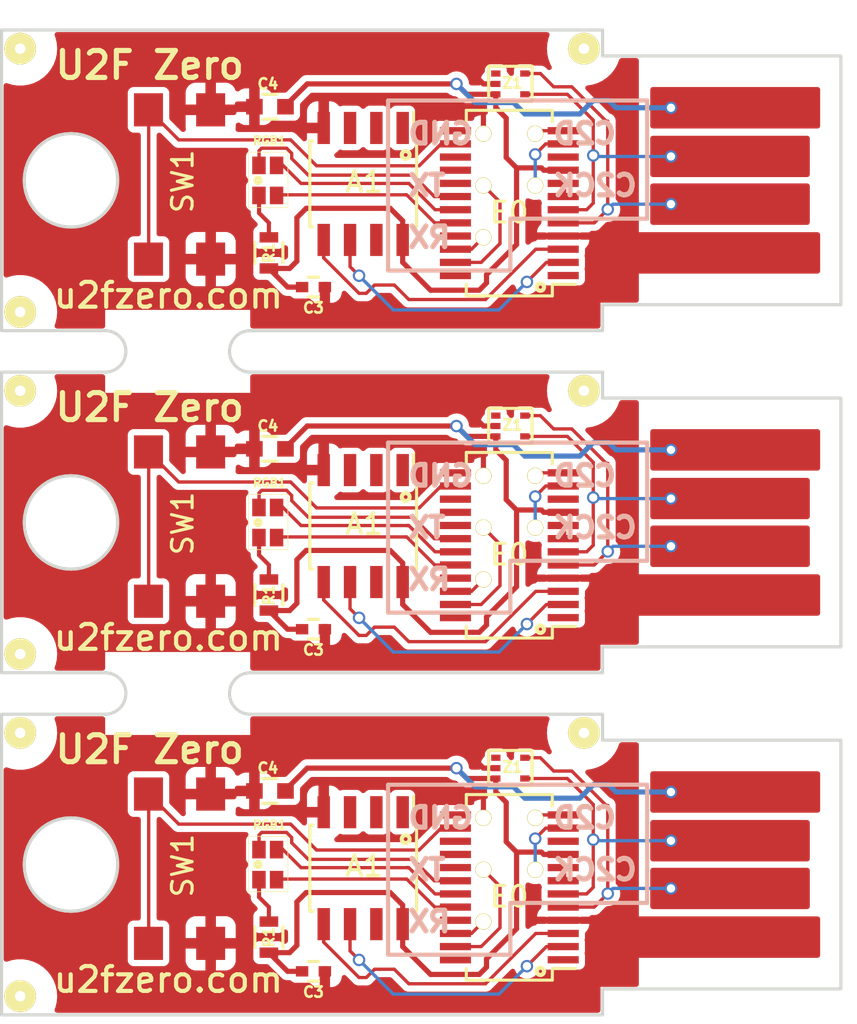
<source format=kicad_pcb>
(kicad_pcb (version 20221018) (generator pcbnew)
  (layers (0 "F.Cu" signal) (31 "B.Cu" signal) (34 "B.Paste" user) (35 "F.Paste" user) (36 "B.SilkS" user "B.Silkscreen") (37 "F.SilkS" user "F.Silkscreen") (38 "B.Mask" user) (39 "F.Mask" user) (44 "Edge.Cuts" user))
  (net 0 "")
  (net 1 "/+5V")
  (net 2 "Net-(A1-Pad7)")
  (net 3 "Net-(A1-Pad6)")
  (net 4 "Net-(A1-Pad5)")
  (net 5 "GND")
  (net 6 "Net-(A1-Pad3)")
  (net 7 "Net-(A1-Pad2)")
  (net 8 "Net-(A1-Pad1)")
  (net 9 "/HD+")
  (net 10 "/HD-")
  (net 11 "Net-(R1-Pad2)")
  (net 12 "Net-(Z1-Pad1)")
  (net 13 "/C2CK")
  (net 14 "/C2D")
  (net 15 "/RX")
  (net 16 "/TX")
  (net 17 "Net-(E0-Pad1)")
  (net 18 "Net-(E0-Pad10)")
  (net 19 "Net-(E0-Pad13)")
  (net 20 "Net-(E0-Pad15)")
  (net 21 "Net-(E0-Pad16)")
  (net 22 "Net-(E0-Pad17)")
  (net 23 "Net-(E0-Pad18)")
  (net 24 "Net-(E0-Pad19)")
  (net 25 "Net-(E0-Pad20)")
  (net 26 "Net-(E0-Pad21)")
  (net 27 "Net-(E0-Pad24)")
  (net 28 "Net-(E0-Pad7)")
  (footprint "Capacitors_SMD:C_0402" (layer "F.Cu") (at 135.05 83.4)
    (fp_text reference "C3")
    (fp_text value "0.1uF")
  )
  (footprint "Capacitors_SMD:C_0603" (layer "F.Cu") (at 132.95 74.7)
    (fp_text reference "C4")
    (fp_text value "4.7uF")
  )
  (footprint "Resistors_SMD:R_0603" (layer "F.Cu") (at 132.9 81.75 90)
    (fp_text reference "R1")
    (fp_text value "100")
  )
  (footprint "TO_SOT_Packages_SMD:SOT-553" (layer "F.Cu") (at 144.55 73.6)
    (fp_text reference "Z1")
    (fp_text value "DF5A5.6JE")
  )
  (footprint "Housings_SOIC:SOIC-8_3.9x4.9mm_Pitch1.27mm" (layer "F.Cu") (at 137.45 78.425 -90)
    (fp_text reference "A1")
    (fp_text value "ATECC508A")
  )
  (footprint "footprints:debug" (layer "F.Cu") (at 145.75 78.5)
    (fp_text reference "C2CK1" hide)
    (fp_text value "debug-pin")
  )
  (footprint "footprints:debug" (layer "F.Cu") (at 145.75 76)
    (fp_text reference "C2D1" hide)
    (fp_text value "debug-pin")
  )
  (footprint "footprints:debug" (layer "F.Cu") (at 143.25 81)
    (fp_text reference "RX1" hide)
    (fp_text value "debug-pin")
  )
  (footprint "footprints:debug" (layer "F.Cu") (at 143.25 78.5)
    (fp_text reference "TX1" hide)
    (fp_text value "debug-pin")
  )
  (footprint "footprints:debug" (layer "F.Cu") (at 143.25 76)
    (fp_text reference "GND1" hide)
    (fp_text value "debug-pin")
  )
  (footprint "footprints:QSOP-24_3.9x8.7mm_Pitch0.635mm_fat" (layer "F.Cu") (at 144.5 79.35 180)
    (fp_text reference "E0")
    (fp_text value "EFM8UB1_24pin")
  )
  (footprint "footprints:u2f-button" (layer "F.Cu") (at 128.65 78.45 90)
    (fp_text reference "SW1")
    (fp_text value "SW_PUSH")
  )
  (footprint "footprints:LED-0606" (layer "F.Cu") (at 132.85 78.25)
    (fp_text reference "RGB1")
    (fp_text value "CA_RGB" hide)
  )
  (footprint "footprints:u2f-fiducial" (layer "F.Cu") (at 120.9 84.6)
    (fp_text reference "F1" hide)
    (fp_text value "u2f-fiducial")
  )
  (footprint "footprints:u2f-fiducial" (layer "F.Cu") (at 120.9 71.9)
    (fp_text reference "F2" hide)
    (fp_text value "u2f-fiducial")
  )
  (footprint "footprints:u2f-fiducial" (layer "F.Cu") (at 148.1 71.9)
    (fp_text reference "F3" hide)
    (fp_text value "u2f-fiducial")
  )
  (footprint "footprints:mousebites" (layer "F.Cu") (at 128.5 85.25)
    (fp_text reference "REF**" hide)
    (fp_text value "mousebites")
  )
  (footprint "footprints:mousebites" (layer "F.Cu") (at 128.5 87.75)
    (fp_text reference "REF**" hide)
    (fp_text value "mousebites")
  )
  (footprint "footprints:mousebites" (layer "F.Cu") (at 128.5 104.25)
    (fp_text reference "REF**" hide)
    (fp_text value "mousebites")
  )
  (footprint "footprints:LED-0606" (layer "F.Cu") (at 132.85 94.75)
    (fp_text reference "RGB1")
    (fp_text value "CA_RGB" hide)
  )
  (footprint "Capacitors_SMD:C_0402" (layer "F.Cu") (at 135.05 99.9)
    (fp_text reference "C3")
    (fp_text value "0.1uF")
  )
  (footprint "Resistors_SMD:R_0603" (layer "F.Cu") (at 132.9 98.25 90)
    (fp_text reference "R1")
    (fp_text value "100")
  )
  (footprint "footprints:mousebites" (layer "F.Cu") (at 128.5 101.75)
    (fp_text reference "REF**" hide)
    (fp_text value "mousebites")
  )
  (footprint "footprints:debug" (layer "F.Cu") (at 145.75 92.5)
    (fp_text reference "C2D1" hide)
    (fp_text value "debug-pin")
  )
  (footprint "footprints:debug" (layer "F.Cu") (at 145.75 95)
    (fp_text reference "C2CK1" hide)
    (fp_text value "debug-pin")
  )
  (footprint "TO_SOT_Packages_SMD:SOT-553" (layer "F.Cu") (at 144.55 90.1)
    (fp_text reference "Z1")
    (fp_text value "DF5A5.6JE")
  )
  (footprint "footprints:debug" (layer "F.Cu") (at 143.25 95)
    (fp_text reference "TX1" hide)
    (fp_text value "debug-pin")
  )
  (footprint "footprints:u2f-fiducial" (layer "F.Cu") (at 148.1 88.4)
    (fp_text reference "F3" hide)
    (fp_text value "u2f-fiducial")
  )
  (footprint "footprints:u2f-fiducial" (layer "F.Cu") (at 120.9 88.4)
    (fp_text reference "F2" hide)
    (fp_text value "u2f-fiducial")
  )
  (footprint "footprints:u2f-fiducial" (layer "F.Cu") (at 120.9 101.1)
    (fp_text reference "F1" hide)
    (fp_text value "u2f-fiducial")
  )
  (footprint "footprints:u2f-button" (layer "F.Cu") (at 128.65 94.95 90)
    (fp_text reference "SW1")
    (fp_text value "SW_PUSH")
  )
  (footprint "Capacitors_SMD:C_0603" (layer "F.Cu") (at 132.95 91.2)
    (fp_text reference "C4")
    (fp_text value "4.7uF")
  )
  (footprint "footprints:debug" (layer "F.Cu") (at 143.25 97.5)
    (fp_text reference "RX1" hide)
    (fp_text value "debug-pin")
  )
  (footprint "footprints:QSOP-24_3.9x8.7mm_Pitch0.635mm_fat" (layer "F.Cu") (at 144.5 95.85 180)
    (fp_text reference "E0")
    (fp_text value "EFM8UB1_24pin")
  )
  (footprint "footprints:debug" (layer "F.Cu") (at 143.25 92.5)
    (fp_text reference "GND1" hide)
    (fp_text value "debug-pin")
  )
  (footprint "Housings_SOIC:SOIC-8_3.9x4.9mm_Pitch1.27mm" (layer "F.Cu") (at 137.45 94.925 -90)
    (fp_text reference "A1")
    (fp_text value "ATECC508A")
  )
  (footprint "footprints:debug" (layer "F.Cu") (at 143.25 114)
    (fp_text reference "RX1" hide)
    (fp_text value "debug-pin")
  )
  (footprint "footprints:debug" (layer "F.Cu") (at 145.75 111.5)
    (fp_text reference "C2CK1" hide)
    (fp_text value "debug-pin")
  )
  (footprint "TO_SOT_Packages_SMD:SOT-553" (layer "F.Cu") (at 144.55 106.6)
    (fp_text reference "Z1")
    (fp_text value "DF5A5.6JE")
  )
  (footprint "footprints:debug" (layer "F.Cu") (at 143.25 111.5)
    (fp_text reference "TX1" hide)
    (fp_text value "debug-pin")
  )
  (footprint "footprints:u2f-fiducial" (layer "F.Cu") (at 148.1 104.9)
    (fp_text reference "F3" hide)
    (fp_text value "u2f-fiducial")
  )
  (footprint "footprints:debug" (layer "F.Cu") (at 145.75 109)
    (fp_text reference "C2D1" hide)
    (fp_text value "debug-pin")
  )
  (footprint "footprints:QSOP-24_3.9x8.7mm_Pitch0.635mm_fat" (layer "F.Cu") (at 144.5 112.35 180)
    (fp_text reference "E0")
    (fp_text value "EFM8UB1_24pin")
  )
  (footprint "footprints:debug" (layer "F.Cu") (at 143.25 109)
    (fp_text reference "GND1" hide)
    (fp_text value "debug-pin")
  )
  (footprint "footprints:u2f-button" (layer "F.Cu") (at 128.65 111.45 90)
    (fp_text reference "SW1")
    (fp_text value "SW_PUSH")
  )
  (footprint "Capacitors_SMD:C_0402" (layer "F.Cu") (at 135.05 116.4)
    (fp_text reference "C3")
    (fp_text value "0.1uF")
  )
  (footprint "footprints:LED-0606" (layer "F.Cu") (at 132.85 111.25)
    (fp_text reference "RGB1")
    (fp_text value "CA_RGB" hide)
  )
  (footprint "Resistors_SMD:R_0603" (layer "F.Cu") (at 132.9 114.75 90)
    (fp_text reference "R1")
    (fp_text value "100")
  )
  (footprint "Housings_SOIC:SOIC-8_3.9x4.9mm_Pitch1.27mm" (layer "F.Cu") (at 137.45 111.425 -90)
    (fp_text reference "A1")
    (fp_text value "ATECC508A")
  )
  (footprint "footprints:u2f-fiducial" (layer "F.Cu") (at 120.9 117.6)
    (fp_text reference "F1" hide)
    (fp_text value "u2f-fiducial")
  )
  (footprint "Capacitors_SMD:C_0603" (layer "F.Cu") (at 132.95 107.7)
    (fp_text reference "C4")
    (fp_text value "4.7uF")
  )
  (footprint "footprints:u2f-fiducial" (layer "F.Cu") (at 120.9 104.9)
    (fp_text reference "F2" hide)
    (fp_text value "u2f-fiducial")
  )
  (gr_line (start 151.15 90.9) (end 138.65 90.9) (stroke (width 0.2)) (layer "B.SilkS"))
  (gr_line (start 138.65 90.9) (end 138.65 99.1) (stroke (width 0.2)) (layer "B.SilkS"))
  (gr_line (start 138.65 99.1) (end 144.55 99.1) (stroke (width 0.2)) (layer "B.SilkS"))
  (gr_line (start 144.55 96.6) (end 144.55 99.1) (stroke (width 0.2)) (layer "B.SilkS"))
  (gr_line (start 151.15 96.6) (end 144.55 96.6) (stroke (width 0.2)) (layer "B.SilkS"))
  (gr_line (start 151.15 90.9) (end 151.15 96.6) (stroke (width 0.2)) (layer "B.SilkS"))
  (gr_line (start 151.15 107.4) (end 138.65 107.4) (stroke (width 0.2)) (layer "B.SilkS"))
  (gr_line (start 138.65 107.4) (end 138.65 115.6) (stroke (width 0.2)) (layer "B.SilkS"))
  (gr_line (start 138.65 115.6) (end 144.55 115.6) (stroke (width 0.2)) (layer "B.SilkS"))
  (gr_line (start 144.55 113.1) (end 144.55 115.6) (stroke (width 0.2)) (layer "B.SilkS"))
  (gr_line (start 151.15 113.1) (end 144.55 113.1) (stroke (width 0.2)) (layer "B.SilkS"))
  (gr_line (start 151.15 107.4) (end 151.15 113.1) (stroke (width 0.2)) (layer "B.SilkS"))
  (gr_line (start 151.15 74.4) (end 151.15 80.1) (stroke (width 0.2)) (layer "B.SilkS"))
  (gr_line (start 138.65 82.6) (end 144.55 82.6) (stroke (width 0.2)) (layer "B.SilkS"))
  (gr_line (start 144.55 80.1) (end 144.55 82.6) (stroke (width 0.2)) (layer "B.SilkS"))
  (gr_line (start 151.15 74.4) (end 138.65 74.4) (stroke (width 0.2)) (layer "B.SilkS"))
  (gr_line (start 138.65 74.4) (end 138.65 82.6) (stroke (width 0.2)) (layer "B.SilkS"))
  (gr_line (start 151.15 80.1) (end 144.55 80.1) (stroke (width 0.2)) (layer "B.SilkS"))
  (gr_circle (center 139.5 93.525) (end 139.425 93.575) (stroke (width 0.2)) (fill none) (layer "F.SilkS"))
  (gr_circle (center 146 99.9) (end 146.125 99.775) (stroke (width 0.2)) (fill none) (layer "F.SilkS"))
  (gr_circle (center 132.375 94.75) (end 132.375 94.725) (stroke (width 0.2)) (fill none) (layer "F.SilkS"))
  (gr_circle (center 146 116.4) (end 146.125 116.275) (stroke (width 0.2)) (fill none) (layer "F.SilkS"))
  (gr_circle (center 139.5 110.025) (end 139.425 110.075) (stroke (width 0.2)) (fill none) (layer "F.SilkS"))
  (gr_circle (center 132.375 111.25) (end 132.375 111.225) (stroke (width 0.2)) (fill none) (layer "F.SilkS"))
  (gr_circle (center 146 83.4) (end 146.125 83.275) (stroke (width 0.2)) (fill none) (layer "F.SilkS"))
  (gr_circle (center 139.5 77.025) (end 139.425 77.075) (stroke (width 0.2)) (fill none) (layer "F.SilkS"))
  (gr_circle (center 132.375 78.25) (end 132.375 78.225) (stroke (width 0.2)) (fill none) (layer "F.SilkS"))
  (gr_line (start 132 85.5) (end 149 85.5) (stroke (width 0.15)) (layer "Edge.Cuts"))
  (gr_circle (center 123.35 94.75) (end 125.6 94.75) (stroke (width 0.15)) (fill none) (layer "Edge.Cuts"))
  (gr_line (start 120 87.5) (end 120 102) (stroke (width 0.15)) (layer "Edge.Cuts"))
  (gr_line (start 149 88.75) (end 149 87.5) (stroke (width 0.15)) (layer "Edge.Cuts"))
  (gr_line (start 120 102) (end 125 102) (stroke (width 0.15)) (layer "Edge.Cuts"))
  (gr_line (start 132 102) (end 149 102) (stroke (width 0.15)) (layer "Edge.Cuts"))
  (gr_arc (start 125 102) (mid 126 103) (end 125 104) (stroke (width 0.15)) (layer "Edge.Cuts"))
  (gr_line (start 149 102) (end 149 100.75) (stroke (width 0.15)) (layer "Edge.Cuts"))
  (gr_arc (start 132 104) (mid 131 103) (end 132 102) (stroke (width 0.15)) (layer "Edge.Cuts"))
  (gr_line (start 160.5 100.75) (end 149 100.75) (stroke (width 0.15)) (layer "Edge.Cuts"))
  (gr_line (start 160.5 88.75) (end 149 88.75) (stroke (width 0.15)) (layer "Edge.Cuts"))
  (gr_line (start 160.5 100.75) (end 160.5 88.75) (stroke (width 0.15)) (layer "Edge.Cuts"))
  (gr_line (start 120 87.5) (end 125 87.5) (stroke (width 0.15)) (layer "Edge.Cuts"))
  (gr_line (start 132 87.5) (end 149 87.5) (stroke (width 0.15)) (layer "Edge.Cuts"))
  (gr_line (start 160.5 105.25) (end 149 105.25) (stroke (width 0.15)) (layer "Edge.Cuts"))
  (gr_line (start 149 105.25) (end 149 104) (stroke (width 0.15)) (layer "Edge.Cuts"))
  (gr_line (start 160.5 117.25) (end 149 117.25) (stroke (width 0.15)) (layer "Edge.Cuts"))
  (gr_line (start 160.5 117.25) (end 160.5 105.25) (stroke (width 0.15)) (layer "Edge.Cuts"))
  (gr_circle (center 123.35 111.25) (end 125.6 111.25) (stroke (width 0.15)) (fill none) (layer "Edge.Cuts"))
  (gr_line (start 120 104) (end 120 118.5) (stroke (width 0.15)) (layer "Edge.Cuts"))
  (gr_line (start 120 118.5) (end 149 118.5) (stroke (width 0.15)) (layer "Edge.Cuts"))
  (gr_line (start 120 104) (end 125 104) (stroke (width 0.15)) (layer "Edge.Cuts"))
  (gr_line (start 149 118.5) (end 149 117.25) (stroke (width 0.15)) (layer "Edge.Cuts"))
  (gr_line (start 132 104) (end 149 104) (stroke (width 0.15)) (layer "Edge.Cuts"))
  (gr_line (start 160.5 84.25) (end 149 84.25) (stroke (width 0.15)) (layer "Edge.Cuts"))
  (gr_arc (start 125 85.5) (mid 126 86.5) (end 125 87.5) (stroke (width 0.15)) (layer "Edge.Cuts"))
  (gr_arc (start 132 87.5) (mid 131 86.5) (end 132 85.5) (stroke (width 0.15)) (layer "Edge.Cuts"))
  (gr_line (start 149 71) (end 120 71) (stroke (width 0.15)) (layer "Edge.Cuts"))
  (gr_line (start 120 85.5) (end 125 85.5) (stroke (width 0.15)) (layer "Edge.Cuts"))
  (gr_line (start 160.5 72.25) (end 149 72.25) (stroke (width 0.15)) (layer "Edge.Cuts"))
  (gr_line (start 160.5 84.25) (end 160.5 72.25) (stroke (width 0.15)) (layer "Edge.Cuts"))
  (gr_line (start 149 72.25) (end 149 71) (stroke (width 0.15)) (layer "Edge.Cuts"))
  (gr_line (start 120 71) (end 120 85.5) (stroke (width 0.15)) (layer "Edge.Cuts"))
  (gr_line (start 149 85.5) (end 149 84.25) (stroke (width 0.15)) (layer "Edge.Cuts"))
  (gr_circle (center 123.35 78.25) (end 125.6 78.25) (stroke (width 0.15)) (fill none) (layer "Edge.Cuts"))
  (gr_text "TX" (at 139.5 78.5) (layer "B.SilkS") (effects (font (size 1 1) (thickness 0.25)) (justify right mirror)))
  (gr_text "RX" (at 139.5 81) (layer "B.SilkS") (effects (font (size 1 1) (thickness 0.25)) (justify right mirror)))
  (gr_text "C2CK" (at 146.5 78.5) (layer "B.SilkS") (effects (font (size 1 1) (thickness 0.25)) (justify right mirror)))
  (gr_text "C2D" (at 146.5 76) (layer "B.SilkS") (effects (font (size 1 1) (thickness 0.25)) (justify right mirror)))
  (gr_text "GND" (at 139.5 92.5) (layer "B.SilkS") (effects (font (size 1 1) (thickness 0.25)) (justify right mirror)))
  (gr_text "TX" (at 139.5 95) (layer "B.SilkS") (effects (font (size 1 1) (thickness 0.25)) (justify right mirror)))
  (gr_text "RX" (at 139.5 97.5) (layer "B.SilkS") (effects (font (size 1 1) (thickness 0.25)) (justify right mirror)))
  (gr_text "C2CK" (at 146.5 95) (layer "B.SilkS") (effects (font (size 1 1) (thickness 0.25)) (justify right mirror)))
  (gr_text "C2D" (at 146.5 92.5) (layer "B.SilkS") (effects (font (size 1 1) (thickness 0.25)) (justify right mirror)))
  (gr_text "GND" (at 139.5 109) (layer "B.SilkS") (effects (font (size 1 1) (thickness 0.25)) (justify right mirror)))
  (gr_text "TX" (at 139.5 111.5) (layer "B.SilkS") (effects (font (size 1 1) (thickness 0.25)) (justify right mirror)))
  (gr_text "RX" (at 139.5 114) (layer "B.SilkS") (effects (font (size 1 1) (thickness 0.25)) (justify right mirror)))
  (gr_text "C2CK" (at 146.5 111.5) (layer "B.SilkS") (effects (font (size 1 1) (thickness 0.25)) (justify right mirror)))
  (gr_text "C2D" (at 146.5 109) (layer "B.SilkS") (effects (font (size 1 1) (thickness 0.25)) (justify right mirror)))
  (gr_text "GND" (at 139.5 76) (layer "B.SilkS") (effects (font (size 1 1) (thickness 0.25)) (justify right mirror)))
  (gr_text "U2F Zero" (at 127.15 89.2) (layer "F.SilkS") (effects (font (size 1.3 1.3) (thickness 0.25))))
  (gr_text "u2fzero.com" (at 128.05 100.3) (layer "F.SilkS") (effects (font (size 1.2 1.2) (thickness 0.2))))
  (gr_text "u2fzero.com" (at 128.05 116.8) (layer "F.SilkS") (effects (font (size 1.2 1.2) (thickness 0.2))))
  (gr_text "U2F Zero" (at 127.15 105.7) (layer "F.SilkS") (effects (font (size 1.3 1.3) (thickness 0.25))))
  (gr_text "u2fzero.com" (at 128.05 83.8) (layer "F.SilkS") (effects (font (size 1.2 1.2) (thickness 0.2))))
  (gr_text "U2F Zero" (at 127.15 72.7) (layer "F.SilkS") (effects (font (size 1.3 1.3) (thickness 0.25))))
  (segment (start 142.45038 74.10038) (end 141.95 73.6) (width 0.25) (layer "F.Cu") (net 1))
  (segment (start 143.2 74.10038) (end 142.45038 74.10038) (width 0.25) (layer "F.Cu") (net 1))
  (segment (start 144.35 77.15) (end 144.35 75.25) (width 0.25) (layer "F.Cu") (net 1))
  (segment (start 144.35 75.25) (end 143.84896 74.74896) (width 0.25) (layer "F.Cu") (net 1))
  (segment (start 143.84896 74.74896) (end 143.84896 74.10038) (width 0.25) (layer "F.Cu") (net 1))
  (segment (start 146.1625 77.7625) (end 146.05 77.65) (width 0.25) (layer "F.Cu") (net 1))
  (segment (start 146.05 77.65) (end 144.85 77.65) (width 0.25) (layer "F.Cu") (net 1))
  (segment (start 144.85 77.65) (end 144.35 77.15) (width 0.25) (layer "F.Cu") (net 1))
  (segment (start 144.85 81.35) (end 143.4 82.8) (width 0.25) (layer "F.Cu") (net 1))
  (segment (start 142.75 83.55) (end 140.7 83.55) (width 0.25) (layer "F.Cu") (net 1))
  (segment (start 140.7 83.55) (end 139.355 82.205) (width 0.25) (layer "F.Cu") (net 1))
  (segment (start 139.355 81.125) (end 139.355 82.205) (width 0.25) (layer "F.Cu") (net 1))
  (segment (start 143.4 83.2) (end 143.05 83.55) (width 0.25) (layer "F.Cu") (net 1))
  (segment (start 143.05 83.55) (end 142.75 83.55) (width 0.25) (layer "F.Cu") (net 1))
  (segment (start 133.9 82.5) (end 134.25 82.15) (width 0.25) (layer "F.Cu") (net 1))
  (segment (start 134.25 82.15) (end 134.25 80.05) (width 0.25) (layer "F.Cu") (net 1))
  (segment (start 134.25 80.05) (end 134.7 79.6) (width 0.25) (layer "F.Cu") (net 1))
  (segment (start 134.7 79.6) (end 138.75 79.6) (width 0.25) (layer "F.Cu") (net 1))
  (segment (start 138.75 79.6) (end 139.355 80.205) (width 0.25) (layer "F.Cu") (net 1))
  (segment (start 139.355 80.205) (end 139.355 81.125) (width 0.25) (layer "F.Cu") (net 1))
  (segment (start 133.7 74.65) (end 134.75 73.6) (width 0.25) (layer "F.Cu") (net 1))
  (segment (start 134.75 73.6) (end 141.95 73.6) (width 0.25) (layer "F.Cu") (net 1))
  (segment (start 133.8 83.4) (end 132.9 82.5) (width 0.25) (layer "F.Cu") (net 1))
  (segment (start 134.75 90.1) (end 141.95 90.1) (width 0.25) (layer "F.Cu") (net 1))
  (segment (start 133.7 91.15) (end 134.75 90.1) (width 0.25) (layer "F.Cu") (net 1))
  (segment (start 134.25 96.55) (end 134.7 96.1) (width 0.25) (layer "F.Cu") (net 1))
  (segment (start 134.7 96.1) (end 138.75 96.1) (width 0.25) (layer "F.Cu") (net 1))
  (segment (start 143.4 99.7) (end 143.05 100.05) (width 0.25) (layer "F.Cu") (net 1))
  (segment (start 143.05 100.05) (end 142.75 100.05) (width 0.25) (layer "F.Cu") (net 1))
  (segment (start 142.75 100.05) (end 140.7 100.05) (width 0.25) (layer "F.Cu") (net 1))
  (segment (start 143.84896 90.60038) (end 143.2 90.60038) (width 0.25) (layer "F.Cu") (net 1))
  (segment (start 144.35 91.75) (end 143.84896 91.24896) (width 0.25) (layer "F.Cu") (net 1))
  (segment (start 143.84896 91.24896) (end 143.84896 90.60038) (width 0.25) (layer "F.Cu") (net 1))
  (segment (start 143.2 90.60038) (end 142.45038 90.60038) (width 0.25) (layer "F.Cu") (net 1))
  (segment (start 144.85 97.85) (end 143.4 99.3) (width 0.25) (layer "F.Cu") (net 1))
  (segment (start 143.4 99.3) (end 143.4 99.7) (width 0.25) (layer "F.Cu") (net 1))
  (segment (start 144.85 94.15) (end 144.35 93.65) (width 0.25) (layer "F.Cu") (net 1))
  (segment (start 144.35 93.65) (end 144.35 91.75) (width 0.25) (layer "F.Cu") (net 1))
  (segment (start 146.05 94.15) (end 144.85 94.15) (width 0.25) (layer "F.Cu") (net 1))
  (segment (start 146.1625 94.2625) (end 146.05 94.15) (width 0.25) (layer "F.Cu") (net 1))
  (segment (start 144.85 97.85) (end 144.85 94.15) (width 0.25) (layer "F.Cu") (net 1))
  (segment (start 140.7 100.05) (end 139.355 98.705) (width 0.25) (layer "F.Cu") (net 1))
  (segment (start 142.45038 90.60038) (end 141.95 90.1) (width 0.25) (layer "F.Cu") (net 1))
  (segment (start 147.15 94.2625) (end 146.1625 94.2625) (width 0.25) (layer "F.Cu") (net 1))
  (segment (start 133.7 91.2) (end 133.7 91.15) (width 0.25) (layer "F.Cu") (net 1))
  (segment (start 133.8 99.9) (end 132.9 99) (width 0.25) (layer "F.Cu") (net 1))
  (segment (start 134.5 99.9) (end 133.8 99.9) (width 0.25) (layer "F.Cu") (net 1))
  (segment (start 134.25 98.65) (end 134.25 96.55) (width 0.25) (layer "F.Cu") (net 1))
  (segment (start 132.9 99) (end 133.9 99) (width 0.25) (layer "F.Cu") (net 1))
  (segment (start 133.9 99) (end 134.25 98.65) (width 0.25) (layer "F.Cu") (net 1))
  (segment (start 138.75 96.1) (end 139.355 96.705) (width 0.25) (layer "F.Cu") (net 1))
  (segment (start 139.355 96.705) (end 139.355 97.625) (width 0.25) (layer "F.Cu") (net 1))
  (segment (start 139.355 97.625) (end 139.355 98.705) (width 0.25) (layer "F.Cu") (net 1))
  (segment (start 143.05 116.55) (end 142.75 116.55) (width 0.25) (layer "F.Cu") (net 1))
  (segment (start 143.4 115.8) (end 143.4 116.2) (width 0.25) (layer "F.Cu") (net 1))
  (segment (start 142.75 116.55) (end 140.7 116.55) (width 0.25) (layer "F.Cu") (net 1))
  (segment (start 143.4 116.2) (end 143.05 116.55) (width 0.25) (layer "F.Cu") (net 1))
  (segment (start 144.85 114.35) (end 143.4 115.8) (width 0.25) (layer "F.Cu") (net 1))
  (segment (start 144.85 110.65) (end 144.35 110.15) (width 0.25) (layer "F.Cu") (net 1))
  (segment (start 146.05 110.65) (end 144.85 110.65) (width 0.25) (layer "F.Cu") (net 1))
  (segment (start 146.1625 110.7625) (end 146.05 110.65) (width 0.25) (layer "F.Cu") (net 1))
  (segment (start 144.85 114.35) (end 144.85 110.65) (width 0.25) (layer "F.Cu") (net 1))
  (segment (start 133.9 115.5) (end 134.25 115.15) (width 0.25) (layer "F.Cu") (net 1))
  (segment (start 132.9 115.5) (end 133.9 115.5) (width 0.25) (layer "F.Cu") (net 1))
  (segment (start 134.5 116.4) (end 133.8 116.4) (width 0.25) (layer "F.Cu") (net 1))
  (segment (start 134.25 115.15) (end 134.25 113.05) (width 0.25) (layer "F.Cu") (net 1))
  (segment (start 133.8 116.4) (end 132.9 115.5) (width 0.25) (layer "F.Cu") (net 1))
  (segment (start 140.7 116.55) (end 139.355 115.205) (width 0.25) (layer "F.Cu") (net 1))
  (segment (start 139.355 114.125) (end 139.355 115.205) (width 0.25) (layer "F.Cu") (net 1))
  (segment (start 139.355 113.205) (end 139.355 114.125) (width 0.25) (layer "F.Cu") (net 1))
  (segment (start 138.75 112.6) (end 139.355 113.205) (width 0.25) (layer "F.Cu") (net 1))
  (segment (start 134.25 113.05) (end 134.7 112.6) (width 0.25) (layer "F.Cu") (net 1))
  (segment (start 134.7 112.6) (end 138.75 112.6) (width 0.25) (layer "F.Cu") (net 1))
  (segment (start 144.35 108.25) (end 143.84896 107.74896) (width 0.25) (layer "F.Cu") (net 1))
  (segment (start 143.84896 107.10038) (end 143.2 107.10038) (width 0.25) (layer "F.Cu") (net 1))
  (segment (start 143.84896 107.74896) (end 143.84896 107.10038) (width 0.25) (layer "F.Cu") (net 1))
  (segment (start 144.35 110.15) (end 144.35 108.25) (width 0.25) (layer "F.Cu") (net 1))
  (segment (start 147.15 110.7625) (end 146.1625 110.7625) (width 0.25) (layer "F.Cu") (net 1))
  (segment (start 134.75 106.6) (end 141.95 106.6) (width 0.25) (layer "F.Cu") (net 1))
  (segment (start 142.45038 107.10038) (end 141.95 106.6) (width 0.25) (layer "F.Cu") (net 1))
  (segment (start 143.2 107.10038) (end 142.45038 107.10038) (width 0.25) (layer "F.Cu") (net 1))
  (segment (start 133.7 107.7) (end 133.7 107.65) (width 0.25) (layer "F.Cu") (net 1))
  (segment (start 133.7 107.65) (end 134.75 106.6) (width 0.25) (layer "F.Cu") (net 1))
  (segment (start 143.84896 74.10038) (end 143.2 74.10038) (width 0.25) (layer "F.Cu") (net 1))
  (segment (start 132.9 82.5) (end 133.9 82.5) (width 0.25) (layer "F.Cu") (net 1))
  (segment (start 143.4 82.8) (end 143.4 83.2) (width 0.25) (layer "F.Cu") (net 1))
  (segment (start 147.15 77.7625) (end 146.1625 77.7625) (width 0.25) (layer "F.Cu") (net 1))
  (segment (start 144.85 81.35) (end 144.85 77.65) (width 0.25) (layer "F.Cu") (net 1))
  (segment (start 134.5 83.4) (end 133.8 83.4) (width 0.25) (layer "F.Cu") (net 1))
  (segment (start 133.7 74.7) (end 133.7 74.65) (width 0.25) (layer "F.Cu") (net 1))
  (via (at 152.3 91.25) (size 0.6) (drill 0.4) (layers "F.Cu" "B.Cu") (net 1))
  (via (at 141.95 90.1) (size 0.6) (drill 0.4) (layers "F.Cu" "B.Cu") (net 1))
  (via (at 152.3 107.75) (size 0.6) (drill 0.4) (layers "F.Cu" "B.Cu") (net 1))
  (via (at 141.95 106.6) (size 0.6) (drill 0.4) (layers "F.Cu" "B.Cu") (net 1))
  (via (at 152.3 74.75) (size 0.6) (drill 0.4) (layers "F.Cu" "B.Cu") (net 1))
  (via (at 141.95 73.6) (size 0.6) (drill 0.4) (layers "F.Cu" "B.Cu") (net 1))
  (segment (start 152.3 74.75) (end 150.075 74.75) (width 0.25) (layer "B.Cu") (net 1))
  (segment (start 150.075 74.75) (end 150.05 74.75) (width 0.25) (layer "B.Cu") (net 1))
  (segment (start 149.65 74.75) (end 149.3 74.4) (width 0.25) (layer "B.Cu") (net 1))
  (segment (start 149.3 74.4) (end 148.55 74.4) (width 0.25) (layer "B.Cu") (net 1))
  (segment (start 148.55 74.4) (end 147.9 75.05) (width 0.25) (layer "B.Cu") (net 1))
  (segment (start 147.9 75.05) (end 145.25 75.05) (width 0.25) (layer "B.Cu") (net 1))
  (segment (start 145.25 75.05) (end 144.7 74.5) (width 0.25) (layer "B.Cu") (net 1))
  (segment (start 144.7 74.5) (end 142.85 74.5) (width 0.25) (layer "B.Cu") (net 1))
  (segment (start 142.85 74.5) (end 141.95 73.6) (width 0.25) (layer "B.Cu") (net 1))
  (segment (start 142.85 91) (end 141.95 90.1) (width 0.25) (layer "B.Cu") (net 1))
  (segment (start 145.25 91.55) (end 144.7 91) (width 0.25) (layer "B.Cu") (net 1))
  (segment (start 144.7 91) (end 142.85 91) (width 0.25) (layer "B.Cu") (net 1))
  (segment (start 152.3 91.25) (end 150.075 91.25) (width 0.25) (layer "B.Cu") (net 1))
  (segment (start 147.9 91.55) (end 145.25 91.55) (width 0.25) (layer "B.Cu") (net 1))
  (segment (start 149.65 91.25) (end 149.3 90.9) (width 0.25) (layer "B.Cu") (net 1))
  (segment (start 150.075 91.25) (end 149.65 91.25) (width 0.25) (layer "B.Cu") (net 1))
  (segment (start 148.55 90.9) (end 147.9 91.55) (width 0.25) (layer "B.Cu") (net 1))
  (segment (start 149.3 90.9) (end 148.55 90.9) (width 0.25) (layer "B.Cu") (net 1))
  (segment (start 150.075 91.25) (end 150.05 91.25) (width 0.25) (layer "B.Cu") (net 1))
  (segment (start 150.075 107.75) (end 149.65 107.75) (width 0.25) (layer "B.Cu") (net 1))
  (segment (start 152.3 107.75) (end 150.075 107.75) (width 0.25) (layer "B.Cu") (net 1))
  (segment (start 145.25 108.05) (end 144.7 107.5) (width 0.25) (layer "B.Cu") (net 1))
  (segment (start 144.7 107.5) (end 142.85 107.5) (width 0.25) (layer "B.Cu") (net 1))
  (segment (start 142.85 107.5) (end 141.95 106.6) (width 0.25) (layer "B.Cu") (net 1))
  (segment (start 150.075 107.75) (end 150.05 107.75) (width 0.25) (layer "B.Cu") (net 1))
  (segment (start 147.9 108.05) (end 145.25 108.05) (width 0.25) (layer "B.Cu") (net 1))
  (segment (start 148.55 107.4) (end 147.9 108.05) (width 0.25) (layer "B.Cu") (net 1))
  (segment (start 149.3 107.4) (end 148.55 107.4) (width 0.25) (layer "B.Cu") (net 1))
  (segment (start 149.65 107.75) (end 149.3 107.4) (width 0.25) (layer "B.Cu") (net 1))
  (segment (start 150.075 74.75) (end 149.65 74.75) (width 0.25) (layer "B.Cu") (net 1))
  (segment (start 146.2925 82.2075) (end 145.35 83.15) (width 0.16) (layer "F.Cu") (net 3))
  (segment (start 137.25 82.85) (end 136.815 82.415) (width 0.16) (layer "F.Cu") (net 3))
  (segment (start 136.815 82.415) (end 136.815 81.125) (width 0.16) (layer "F.Cu") (net 3))
  (segment (start 147.1 98.7075) (end 146.2925 98.7075) (width 0.16) (layer "F.Cu") (net 3))
  (segment (start 146.2925 98.7075) (end 145.35 99.65) (width 0.16) (layer "F.Cu") (net 3))
  (segment (start 136.815 98.915) (end 136.815 97.625) (width 0.16) (layer "F.Cu") (net 3))
  (segment (start 137.25 99.35) (end 136.815 98.915) (width 0.16) (layer "F.Cu") (net 3))
  (segment (start 147.1 115.2075) (end 146.2925 115.2075) (width 0.16) (layer "F.Cu") (net 3))
  (segment (start 146.2925 115.2075) (end 145.35 116.15) (width 0.16) (layer "F.Cu") (net 3))
  (segment (start 136.815 115.415) (end 136.815 114.125) (width 0.16) (layer "F.Cu") (net 3))
  (segment (start 137.25 115.85) (end 136.815 115.415) (width 0.16) (layer "F.Cu") (net 3))
  (segment (start 147.1 82.2075) (end 146.2925 82.2075) (width 0.16) (layer "F.Cu") (net 3))
  (via (at 137.25 99.35) (size 0.6) (drill 0.4) (layers "F.Cu" "B.Cu") (net 3))
  (via (at 145.35 99.65) (size 0.6) (drill 0.4) (layers "F.Cu" "B.Cu") (net 3))
  (via (at 145.35 116.15) (size 0.6) (drill 0.4) (layers "F.Cu" "B.Cu") (net 3))
  (via (at 137.25 115.85) (size 0.6) (drill 0.4) (layers "F.Cu" "B.Cu") (net 3))
  (via (at 145.35 83.15) (size 0.6) (drill 0.4) (layers "F.Cu" "B.Cu") (net 3))
  (via (at 137.25 82.85) (size 0.6) (drill 0.4) (layers "F.Cu" "B.Cu") (net 3))
  (segment (start 145.35 83.15) (end 144 84.5) (width 0.16) (layer "B.Cu") (net 3))
  (segment (start 144 84.5) (end 138.9 84.5) (width 0.16) (layer "B.Cu") (net 3))
  (segment (start 138.9 84.5) (end 137.25 82.85) (width 0.16) (layer "B.Cu") (net 3))
  (segment (start 138.9 101) (end 137.25 99.35) (width 0.16) (layer "B.Cu") (net 3))
  (segment (start 145.35 99.65) (end 144 101) (width 0.16) (layer "B.Cu") (net 3))
  (segment (start 144 101) (end 138.9 101) (width 0.16) (layer "B.Cu") (net 3))
  (segment (start 144 117.5) (end 138.9 117.5) (width 0.16) (layer "B.Cu") (net 3))
  (segment (start 138.9 117.5) (end 137.25 115.85) (width 0.16) (layer "B.Cu") (net 3))
  (segment (start 145.35 116.15) (end 144 117.5) (width 0.16) (layer "B.Cu") (net 3))
  (segment (start 145.7775 81.5725) (end 143.35 84) (width 0.16) (layer "F.Cu") (net 4))
  (segment (start 135.545 81.125) (end 135.545 81.995) (width 0.16) (layer "F.Cu") (net 4))
  (segment (start 139.65 84) (end 138.95 83.3) (width 0.16) (layer "F.Cu") (net 4))
  (segment (start 138.95 83.3) (end 138 83.3) (width 0.16) (layer "F.Cu") (net 4))
  (segment (start 138 83.3) (end 137.6 83.7) (width 0.16) (layer "F.Cu") (net 4))
  (segment (start 137.6 83.7) (end 137.25 83.7) (width 0.16) (layer "F.Cu") (net 4))
  (segment (start 137.25 83.7) (end 135.545 81.995) (width 0.16) (layer "F.Cu") (net 4))
  (segment (start 135.545 81.995) (end 135.545 81.125) (width 0.16) (layer "F.Cu") (net 4))
  (segment (start 137.6 100.2) (end 137.25 100.2) (width 0.16) (layer "F.Cu") (net 4))
  (segment (start 137.25 100.2) (end 135.545 98.495) (width 0.16) (layer "F.Cu") (net 4))
  (segment (start 138 99.8) (end 137.6 100.2) (width 0.16) (layer "F.Cu") (net 4))
  (segment (start 139.65 100.5) (end 138.95 99.8) (width 0.16) (layer "F.Cu") (net 4))
  (segment (start 147.1 98.0725) (end 145.7775 98.0725) (width 0.16) (layer "F.Cu") (net 4))
  (segment (start 143.35 100.5) (end 139.65 100.5) (width 0.16) (layer "F.Cu") (net 4))
  (segment (start 145.7775 98.0725) (end 143.35 100.5) (width 0.16) (layer "F.Cu") (net 4))
  (segment (start 135.545 97.625) (end 135.545 98.495) (width 0.16) (layer "F.Cu") (net 4))
  (segment (start 135.545 98.495) (end 135.545 97.625) (width 0.16) (layer "F.Cu") (net 4))
  (segment (start 138.95 99.8) (end 138 99.8) (width 0.16) (layer "F.Cu") (net 4))
  (segment (start 143.35 117) (end 139.65 117) (width 0.16) (layer "F.Cu") (net 4))
  (segment (start 147.1 114.5725) (end 145.7775 114.5725) (width 0.16) (layer "F.Cu") (net 4))
  (segment (start 145.7775 114.5725) (end 143.35 117) (width 0.16) (layer "F.Cu") (net 4))
  (segment (start 138.95 116.3) (end 138 116.3) (width 0.16) (layer "F.Cu") (net 4))
  (segment (start 139.65 117) (end 138.95 116.3) (width 0.16) (layer "F.Cu") (net 4))
  (segment (start 135.545 114.995) (end 135.545 114.125) (width 0.16) (layer "F.Cu") (net 4))
  (segment (start 137.6 116.7) (end 137.25 116.7) (width 0.16) (layer "F.Cu") (net 4))
  (segment (start 138 116.3) (end 137.6 116.7) (width 0.16) (layer "F.Cu") (net 4))
  (segment (start 137.25 116.7) (end 135.545 114.995) (width 0.16) (layer "F.Cu") (net 4))
  (segment (start 135.545 114.125) (end 135.545 114.995) (width 0.16) (layer "F.Cu") (net 4))
  (segment (start 143.35 84) (end 139.65 84) (width 0.16) (layer "F.Cu") (net 4))
  (segment (start 147.1 81.5725) (end 145.7775 81.5725) (width 0.16) (layer "F.Cu") (net 4))
  (segment (start 149.7875 80.9375) (end 150.6 81.75) (width 0.2) (layer "F.Cu") (net 5))
  (segment (start 150.6 81.75) (end 152.1 81.75) (width 0.2) (layer "F.Cu") (net 5))
  (segment (start 143.25 73.6) (end 142.95 73.3) (width 0.25) (layer "F.Cu") (net 5))
  (segment (start 143.25 74.9) (end 143.15 74.8) (width 0.25) (layer "F.Cu") (net 5))
  (segment (start 143.25 74.9) (end 143.15 74.8) (width 0.25) (layer "F.Cu") (net 5))
  (segment (start 150.6 98.25) (end 152.1 98.25) (width 0.2) (layer "F.Cu") (net 5))
  (segment (start 147.15 97.4375) (end 149.7875 97.4375) (width 0.2) (layer "F.Cu") (net 5))
  (segment (start 149.7875 97.4375) (end 150.6 98.25) (width 0.2) (layer "F.Cu") (net 5))
  (segment (start 143.84896 90.1) (end 143.25 90.1) (width 0.25) (layer "F.Cu") (net 5))
  (segment (start 143.25 91.4) (end 143.15 91.3) (width 0.25) (layer "F.Cu") (net 5))
  (segment (start 143.25 92.5) (end 143.25 91.4) (width 0.25) (layer "F.Cu") (net 5))
  (segment (start 143.25 91.4) (end 143.15 91.3) (width 0.25) (layer "F.Cu") (net 5))
  (segment (start 143.25 90.1) (end 142.95 89.8) (width 0.25) (layer "F.Cu") (net 5))
  (segment (start 143.25 109) (end 143.25 107.9) (width 0.25) (layer "F.Cu") (net 5))
  (segment (start 143.25 107.9) (end 143.15 107.8) (width 0.25) (layer "F.Cu") (net 5))
  (segment (start 143.25 107.9) (end 143.15 107.8) (width 0.25) (layer "F.Cu") (net 5))
  (segment (start 143.84896 106.6) (end 143.25 106.6) (width 0.25) (layer "F.Cu") (net 5))
  (segment (start 147.15 113.9375) (end 149.7875 113.9375) (width 0.2) (layer "F.Cu") (net 5))
  (segment (start 143.25 106.6) (end 142.95 106.3) (width 0.25) (layer "F.Cu") (net 5))
  (segment (start 150.6 114.75) (end 152.1 114.75) (width 0.2) (layer "F.Cu") (net 5))
  (segment (start 149.7875 113.9375) (end 150.6 114.75) (width 0.2) (layer "F.Cu") (net 5))
  (segment (start 143.84896 73.6) (end 143.25 73.6) (width 0.25) (layer "F.Cu") (net 5))
  (segment (start 143.25 76) (end 143.25 74.9) (width 0.25) (layer "F.Cu") (net 5))
  (segment (start 147.15 80.9375) (end 149.7875 80.9375) (width 0.2) (layer "F.Cu") (net 5))
  (segment (start 148.5975 80.3025) (end 149.25 79.65) (width 0.16) (layer "F.Cu") (net 9))
  (segment (start 149.25 79.65) (end 149.25 79.35) (width 0.16) (layer "F.Cu") (net 9))
  (segment (start 149.25 79.35) (end 149.25 75.8) (width 0.16) (layer "F.Cu") (net 9))
  (segment (start 149.25 75.8) (end 149.25 75.79858) (width 0.16) (layer "F.Cu") (net 9))
  (segment (start 149.175 75.4) (end 147.515378 73.740378) (width 0.16) (layer "F.Cu") (net 9))
  (segment (start 147.515378 73.740378) (end 146.640378 73.740378) (width 0.16) (layer "F.Cu") (net 9))
  (segment (start 146.640378 73.740378) (end 145.99962 73.09962) (width 0.16) (layer "F.Cu") (net 9))
  (segment (start 145.99962 73.09962) (end 145.25104 73.09962) (width 0.16) (layer "F.Cu") (net 9))
  (segment (start 145.99962 89.59962) (end 145.25104 89.59962) (width 0.16) (layer "F.Cu") (net 9))
  (segment (start 146.640378 90.240378) (end 145.99962 89.59962) (width 0.16) (layer "F.Cu") (net 9))
  (segment (start 149.175 91.9) (end 147.515378 90.240378) (width 0.16) (layer "F.Cu") (net 9))
  (segment (start 149.25 91.9) (end 149.175 91.9) (width 0.16) (layer "F.Cu") (net 9))
  (segment (start 149.25 92.3) (end 149.25 91.9) (width 0.16) (layer "F.Cu") (net 9))
  (segment (start 149.25 92.3) (end 149.25 92.29858) (width 0.16) (layer "F.Cu") (net 9))
  (segment (start 147.515378 90.240378) (end 146.640378 90.240378) (width 0.16) (layer "F.Cu") (net 9))
  (segment (start 149.25 96.15) (end 149.25 95.85) (width 0.16) (layer "F.Cu") (net 9))
  (segment (start 148.5975 96.8025) (end 149.25 96.15) (width 0.16) (layer "F.Cu") (net 9))
  (segment (start 147.15 96.8025) (end 148.5975 96.8025) (width 0.16) (layer "F.Cu") (net 9))
  (segment (start 149.25 95.85) (end 149.25 92.3) (width 0.16) (layer "F.Cu") (net 9))
  (segment (start 149.25 112.35) (end 149.25 108.8) (width 0.16) (layer "F.Cu") (net 9))
  (segment (start 149.25 108.4) (end 149.175 108.4) (width 0.16) (layer "F.Cu") (net 9))
  (segment (start 149.175 108.4) (end 147.515378 106.740378) (width 0.16) (layer "F.Cu") (net 9))
  (segment (start 149.25 108.8) (end 149.25 108.4) (width 0.16) (layer "F.Cu") (net 9))
  (segment (start 149.25 108.8) (end 149.25 108.79858) (width 0.16) (layer "F.Cu") (net 9))
  (segment (start 149.25 112.65) (end 149.25 112.35) (width 0.16) (layer "F.Cu") (net 9))
  (segment (start 148.5975 113.3025) (end 149.25 112.65) (width 0.16) (layer "F.Cu") (net 9))
  (segment (start 147.15 113.3025) (end 148.5975 113.3025) (width 0.16) (layer "F.Cu") (net 9))
  (segment (start 146.640378 106.740378) (end 145.99962 106.09962) (width 0.16) (layer "F.Cu") (net 9))
  (segment (start 145.99962 106.09962) (end 145.25104 106.09962) (width 0.16) (layer "F.Cu") (net 9))
  (segment (start 147.515378 106.740378) (end 146.640378 106.740378) (width 0.16) (layer "F.Cu") (net 9))
  (segment (start 147.15 80.3025) (end 148.5975 80.3025) (width 0.16) (layer "F.Cu") (net 9))
  (segment (start 149.25 75.8) (end 149.25 75.4) (width 0.16) (layer "F.Cu") (net 9))
  (segment (start 149.25 75.4) (end 149.175 75.4) (width 0.16) (layer "F.Cu") (net 9))
  (via (at 149.25 96.15) (size 0.6) (drill 0.4) (layers "F.Cu" "B.Cu") (net 9))
  (via (at 152.3 95.9) (size 0.6) (drill 0.4) (layers "F.Cu" "B.Cu") (net 9))
  (via (at 149.25 112.65) (size 0.6) (drill 0.4) (layers "F.Cu" "B.Cu") (net 9))
  (via (at 152.3 112.4) (size 0.6) (drill 0.4) (layers "F.Cu" "B.Cu") (net 9))
  (via (at 149.25 79.65) (size 0.6) (drill 0.4) (layers "F.Cu" "B.Cu") (net 9))
  (via (at 152.3 79.4) (size 0.6) (drill 0.4) (layers "F.Cu" "B.Cu") (net 9))
  (segment (start 149.5 79.4) (end 149.25 79.65) (width 0.16) (layer "B.Cu") (net 9))
  (segment (start 152.3 79.4) (end 149.5 79.4) (width 0.16) (layer "B.Cu") (net 9))
  (segment (start 152.3 95.9) (end 149.5 95.9) (width 0.16) (layer "B.Cu") (net 9))
  (segment (start 149.5 95.9) (end 149.25 96.15) (width 0.16) (layer "B.Cu") (net 9))
  (segment (start 152.3 112.4) (end 149.5 112.4) (width 0.16) (layer "B.Cu") (net 9))
  (segment (start 149.5 112.4) (end 149.25 112.65) (width 0.16) (layer "B.Cu") (net 9))
  (segment (start 148.2325 79.6675) (end 148.55 79.35) (width 0.16) (layer "F.Cu") (net 10))
  (segment (start 148.55 79.35) (end 148.55 77.05) (width 0.16) (layer "F.Cu") (net 10))
  (segment (start 148.55 75.35) (end 147.30038 74.10038) (width 0.16) (layer "F.Cu") (net 10))
  (segment (start 147.30038 74.10038) (end 145.25104 74.10038) (width 0.16) (layer "F.Cu") (net 10))
  (segment (start 147.30038 90.60038) (end 145.25104 90.60038) (width 0.16) (layer "F.Cu") (net 10))
  (segment (start 148.55 91.85) (end 147.30038 90.60038) (width 0.16) (layer "F.Cu") (net 10))
  (segment (start 148.55 92.15) (end 148.55 91.85) (width 0.16) (layer "F.Cu") (net 10))
  (segment (start 148.2325 96.1675) (end 148.55 95.85) (width 0.16) (layer "F.Cu") (net 10))
  (segment (start 147.15 96.1675) (end 148.2325 96.1675) (width 0.16) (layer "F.Cu") (net 10))
  (segment (start 148.55 95.85) (end 148.55 93.55) (width 0.16) (layer "F.Cu") (net 10))
  (segment (start 148.55 93.55) (end 148.55 92.15) (width 0.16) (layer "F.Cu") (net 10))
  (segment (start 148.55 112.35) (end 148.55 110.05) (width 0.16) (layer "F.Cu") (net 10))
  (segment (start 148.55 110.05) (end 148.55 108.65) (width 0.16) (layer "F.Cu") (net 10))
  (segment (start 148.55 108.65) (end 148.55 108.35) (width 0.16) (layer "F.Cu") (net 10))
  (segment (start 148.55 108.35) (end 147.30038 107.10038) (width 0.16) (layer "F.Cu") (net 10))
  (segment (start 147.15 112.6675) (end 148.2325 112.6675) (width 0.16) (layer "F.Cu") (net 10))
  (segment (start 148.2325 112.6675) (end 148.55 112.35) (width 0.16) (layer "F.Cu") (net 10))
  (segment (start 147.30038 107.10038) (end 145.25104 107.10038) (width 0.16) (layer "F.Cu") (net 10))
  (segment (start 148.55 77.05) (end 148.55 75.65) (width 0.16) (layer "F.Cu") (net 10))
  (segment (start 147.15 79.6675) (end 148.2325 79.6675) (width 0.16) (layer "F.Cu") (net 10))
  (segment (start 148.55 75.65) (end 148.55 75.35) (width 0.16) (layer "F.Cu") (net 10))
  (via (at 152.3 93.6) (size 0.6) (drill 0.4) (layers "F.Cu" "B.Cu") (net 10))
  (via (at 148.55 93.55) (size 0.6) (drill 0.4) (layers "F.Cu" "B.Cu") (net 10))
  (via (at 148.55 110.05) (size 0.6) (drill 0.4) (layers "F.Cu" "B.Cu") (net 10))
  (via (at 152.3 110.1) (size 0.6) (drill 0.4) (layers "F.Cu" "B.Cu") (net 10))
  (via (at 148.55 77.05) (size 0.6) (drill 0.4) (layers "F.Cu" "B.Cu") (net 10))
  (via (at 152.3 77.1) (size 0.6) (drill 0.4) (layers "F.Cu" "B.Cu") (net 10))
  (segment (start 148.55 77.05) (end 148.6 77.1) (width 0.16) (layer "B.Cu") (net 10))
  (segment (start 148.6 77.1) (end 152.3 77.1) (width 0.16) (layer "B.Cu") (net 10))
  (segment (start 148.6 93.6) (end 152.3 93.6) (width 0.16) (layer "B.Cu") (net 10))
  (segment (start 148.55 93.55) (end 148.6 93.6) (width 0.16) (layer "B.Cu") (net 10))
  (segment (start 148.6 110.1) (end 152.3 110.1) (width 0.16) (layer "B.Cu") (net 10))
  (segment (start 148.55 110.05) (end 148.6 110.1) (width 0.16) (layer "B.Cu") (net 10))
  (segment (start 132.9 80.3) (end 132.425 79.825) (width 0.2) (layer "F.Cu") (net 11))
  (segment (start 132.425 79.825) (end 132.425 78.95) (width 0.2) (layer "F.Cu") (net 11))
  (segment (start 132.9 96.8) (end 132.425 96.325) (width 0.2) (layer "F.Cu") (net 11))
  (segment (start 132.425 96.325) (end 132.425 95.45) (width 0.2) (layer "F.Cu") (net 11))
  (segment (start 132.9 97.5) (end 132.9 96.8) (width 0.2) (layer "F.Cu") (net 11))
  (segment (start 132.9 114) (end 132.9 113.3) (width 0.2) (layer "F.Cu") (net 11))
  (segment (start 132.9 113.3) (end 132.425 112.825) (width 0.2) (layer "F.Cu") (net 11))
  (segment (start 132.425 112.825) (end 132.425 111.95) (width 0.2) (layer "F.Cu") (net 11))
  (segment (start 132.9 81) (end 132.9 80.3) (width 0.2) (layer "F.Cu") (net 11))
  (segment (start 145.75 77) (end 146.2575 76.4925) (width 0.16) (layer "F.Cu") (net 13))
  (segment (start 146.2575 76.4925) (end 147.15 76.4925) (width 0.16) (layer "F.Cu") (net 13))
  (segment (start 146.2575 92.9925) (end 147.15 92.9925) (width 0.16) (layer "F.Cu") (net 13))
  (segment (start 145.75 93.5) (end 146.2575 92.9925) (width 0.16) (layer "F.Cu") (net 13))
  (segment (start 145.75 110) (end 146.2575 109.4925) (width 0.16) (layer "F.Cu") (net 13))
  (segment (start 146.2575 109.4925) (end 147.15 109.4925) (width 0.16) (layer "F.Cu") (net 13))
  (via (at 145.75 93.5) (size 0.6) (drill 0.4) (layers "F.Cu" "B.Cu") (net 13))
  (via (at 145.75 110) (size 0.6) (drill 0.4) (layers "F.Cu" "B.Cu") (net 13))
  (via (at 145.75 77) (size 0.6) (drill 0.4) (layers "F.Cu" "B.Cu") (net 13))
  (segment (start 145.75 95) (end 145.75 93.5) (width 0.16) (layer "B.Cu") (net 13))
  (segment (start 145.75 111.5) (end 145.75 110) (width 0.16) (layer "B.Cu") (net 13))
  (segment (start 145.75 78.5) (end 145.75 77) (width 0.16) (layer "B.Cu") (net 13))
  (segment (start 145.8925 75.8575) (end 145.75 76) (width 0.16) (layer "F.Cu") (net 14))
  (segment (start 147.15 92.3575) (end 145.8925 92.3575) (width 0.16) (layer "F.Cu") (net 14))
  (segment (start 145.8925 92.3575) (end 145.75 92.5) (width 0.16) (layer "F.Cu") (net 14))
  (segment (start 145.8925 108.8575) (end 145.75 109) (width 0.16) (layer "F.Cu") (net 14))
  (segment (start 147.15 108.8575) (end 145.8925 108.8575) (width 0.16) (layer "F.Cu") (net 14))
  (segment (start 147.15 75.8575) (end 145.8925 75.8575) (width 0.16) (layer "F.Cu") (net 14))
  (segment (start 142.6775 81.5725) (end 143.25 81) (width 0.16) (layer "F.Cu") (net 15))
  (segment (start 142.6775 98.0725) (end 143.25 97.5) (width 0.16) (layer "F.Cu") (net 15))
  (segment (start 141.95 98.0725) (end 142.6775 98.0725) (width 0.16) (layer "F.Cu") (net 15))
  (segment (start 141.95 114.5725) (end 142.6775 114.5725) (width 0.16) (layer "F.Cu") (net 15))
  (segment (start 142.6775 114.5725) (end 143.25 114) (width 0.16) (layer "F.Cu") (net 15))
  (segment (start 141.95 81.5725) (end 142.6775 81.5725) (width 0.16) (layer "F.Cu") (net 15))
  (segment (start 143.1425 82.2075) (end 144.05 81.3) (width 0.16) (layer "F.Cu") (net 16))
  (segment (start 144.05 81.3) (end 144.05 79.3) (width 0.16) (layer "F.Cu") (net 16))
  (segment (start 144.05 79.3) (end 143.25 78.5) (width 0.16) (layer "F.Cu") (net 16))
  (segment (start 141.95 98.7075) (end 143.1425 98.7075) (width 0.16) (layer "F.Cu") (net 16))
  (segment (start 141.95 98.7075) (end 142.5425 98.7075) (width 0.16) (layer "F.Cu") (net 16))
  (segment (start 143.1425 98.7075) (end 144.05 97.8) (width 0.16) (layer "F.Cu") (net 16))
  (segment (start 144.05 97.8) (end 144.05 95.8) (width 0.16) (layer "F.Cu") (net 16))
  (segment (start 144.05 95.8) (end 143.25 95) (width 0.16) (layer "F.Cu") (net 16))
  (segment (start 143.1425 115.2075) (end 144.05 114.3) (width 0.16) (layer "F.Cu") (net 16))
  (segment (start 144.05 114.3) (end 144.05 112.3) (width 0.16) (layer "F.Cu") (net 16))
  (segment (start 144.05 112.3) (end 143.25 111.5) (width 0.16) (layer "F.Cu") (net 16))
  (segment (start 141.95 115.2075) (end 143.1425 115.2075) (width 0.16) (layer "F.Cu") (net 16))
  (segment (start 141.95 115.2075) (end 142.5425 115.2075) (width 0.16) (layer "F.Cu") (net 16))
  (segment (start 141.95 82.2075) (end 143.1425 82.2075) (width 0.16) (layer "F.Cu") (net 16))
  (segment (start 141.95 82.2075) (end 142.5425 82.2075) (width 0.16) (layer "F.Cu") (net 16))
  (segment (start 141.2075 76.4925) (end 140.15 77.55) (width 0.16) (layer "F.Cu") (net 19))
  (segment (start 135.2 77.55) (end 133.95 76.3) (width 0.16) (layer "F.Cu") (net 19))
  (segment (start 133.95 76.3) (end 128.55 76.3) (width 0.16) (layer "F.Cu") (net 19))
  (segment (start 128.55 76.3) (end 127.1 74.85) (width 0.16) (layer "F.Cu") (net 19))
  (segment (start 141.2075 92.9925) (end 140.15 94.05) (width 0.16) (layer "F.Cu") (net 19))
  (segment (start 140.15 94.05) (end 135.2 94.05) (width 0.16) (layer "F.Cu") (net 19))
  (segment (start 135.2 94.05) (end 133.95 92.8) (width 0.16) (layer "F.Cu") (net 19))
  (segment (start 141.95 92.9925) (end 141.2075 92.9925) (width 0.16) (layer "F.Cu") (net 19))
  (segment (start 141.95 92.3575) (end 141.95 92.9925) (width 0.16) (layer "F.Cu") (net 19))
  (segment (start 127.1 98.55) (end 127.1 91.35) (width 0.16) (layer "F.Cu") (net 19))
  (segment (start 133.95 92.8) (end 128.55 92.8) (width 0.16) (layer "F.Cu") (net 19))
  (segment (start 128.55 92.8) (end 127.1 91.35) (width 0.16) (layer "F.Cu") (net 19))
  (segment (start 141.95 109.4925) (end 141.2075 109.4925) (width 0.16) (layer "F.Cu") (net 19))
  (segment (start 141.95 108.8575) (end 141.95 109.4925) (width 0.16) (layer "F.Cu") (net 19))
  (segment (start 141.2075 109.4925) (end 140.15 110.55) (width 0.16) (layer "F.Cu") (net 19))
  (segment (start 133.95 109.3) (end 128.55 109.3) (width 0.16) (layer "F.Cu") (net 19))
  (segment (start 140.15 110.55) (end 135.2 110.55) (width 0.16) (layer "F.Cu") (net 19))
  (segment (start 135.2 110.55) (end 133.95 109.3) (width 0.16) (layer "F.Cu") (net 19))
  (segment (start 127.1 115.05) (end 127.1 107.85) (width 0.16) (layer "F.Cu") (net 19))
  (segment (start 128.55 109.3) (end 127.1 107.85) (width 0.16) (layer "F.Cu") (net 19))
  (segment (start 140.15 77.55) (end 135.2 77.55) (width 0.16) (layer "F.Cu") (net 19))
  (segment (start 141.95 75.8575) (end 141.95 76.4925) (width 0.16) (layer "F.Cu") (net 19))
  (segment (start 141.95 76.4925) (end 141.2075 76.4925) (width 0.16) (layer "F.Cu") (net 19))
  (segment (start 127.1 82.05) (end 127.1 74.85) (width 0.16) (layer "F.Cu") (net 19))
  (segment (start 139.85 78) (end 140.8825 79.0325) (width 0.16) (layer "F.Cu") (net 23))
  (segment (start 141.95 79.0325) (end 140.8825 79.0325) (width 0.16) (layer "F.Cu") (net 23))
  (segment (start 134.8 78) (end 134 77.2) (width 0.16) (layer "F.Cu") (net 23))
  (segment (start 134 77.2) (end 134 76.95) (width 0.16) (layer "F.Cu") (net 23))
  (segment (start 134 76.95) (end 133.75 76.7) (width 0.16) (layer "F.Cu") (net 23))
  (segment (start 133.75 76.7) (end 132.55 76.7) (width 0.16) (layer "F.Cu") (net 23))
  (segment (start 132.55 76.7) (end 132.425 76.825) (width 0.16) (layer "F.Cu") (net 23))
  (segment (start 132.425 76.825) (end 132.425 77.5) (width 0.16) (layer "F.Cu") (net 23))
  (segment (start 139.85 94.5) (end 140.8825 95.5325) (width 0.16) (layer "F.Cu") (net 23))
  (segment (start 134 93.45) (end 133.75 93.2) (width 0.16) (layer "F.Cu") (net 23))
  (segment (start 134 93.7) (end 134 93.45) (width 0.16) (layer "F.Cu") (net 23))
  (segment (start 134.8 94.5) (end 134 93.7) (width 0.16) (layer "F.Cu") (net 23))
  (segment (start 139.85 94.5) (end 134.8 94.5) (width 0.16) (layer "F.Cu") (net 23))
  (segment (start 141.95 95.5325) (end 140.8825 95.5325) (width 0.16) (layer "F.Cu") (net 23))
  (segment (start 132.425 93.325) (end 132.425 94) (width 0.16) (layer "F.Cu") (net 23))
  (segment (start 132.55 93.2) (end 132.425 93.325) (width 0.16) (layer "F.Cu") (net 23))
  (segment (start 133.75 93.2) (end 132.55 93.2) (width 0.16) (layer "F.Cu") (net 23))
  (segment (start 141.95 112.0325) (end 140.8825 112.0325) (width 0.16) (layer "F.Cu") (net 23))
  (segment (start 139.85 111) (end 140.8825 112.0325) (width 0.16) (layer "F.Cu") (net 23))
  (segment (start 133.75 109.7) (end 132.55 109.7) (width 0.16) (layer "F.Cu") (net 23))
  (segment (start 132.55 109.7) (end 132.425 109.825) (width 0.16) (layer "F.Cu") (net 23))
  (segment (start 134 110.2) (end 134 109.95) (width 0.16) (layer "F.Cu") (net 23))
  (segment (start 134 109.95) (end 133.75 109.7) (width 0.16) (layer "F.Cu") (net 23))
  (segment (start 132.425 109.825) (end 132.425 110.5) (width 0.16) (layer "F.Cu") (net 23))
  (segment (start 139.85 111) (end 134.8 111) (width 0.16) (layer "F.Cu") (net 23))
  (segment (start 134.8 111) (end 134 110.2) (width 0.16) (layer "F.Cu") (net 23))
  (segment (start 139.85 78) (end 134.8 78) (width 0.16) (layer "F.Cu") (net 23))
  (segment (start 139.6 78.4) (end 139.55 78.4) (width 0.16) (layer "F.Cu") (net 24))
  (segment (start 139.65 78.4) (end 140.9175 79.6675) (width 0.16) (layer "F.Cu") (net 24))
  (segment (start 140.9175 79.6675) (end 141.95 79.6675) (width 0.16) (layer "F.Cu") (net 24))
  (segment (start 134.45 78.4) (end 133.55 77.5) (width 0.16) (layer "F.Cu") (net 24))
  (segment (start 133.55 77.5) (end 133.275 77.5) (width 0.16) (layer "F.Cu") (net 24))
  (segment (start 139.65 94.9) (end 140.9175 96.1675) (width 0.16) (layer "F.Cu") (net 24))
  (segment (start 139.6 94.9) (end 134.45 94.9) (width 0.16) (layer "F.Cu") (net 24))
  (segment (start 139.6 94.9) (end 139.55 94.9) (width 0.16) (layer "F.Cu") (net 24))
  (segment (start 139.6 94.9) (end 139.65 94.9) (width 0.16) (layer "F.Cu") (net 24))
  (segment (start 134.45 94.9) (end 133.55 94) (width 0.16) (layer "F.Cu") (net 24))
  (segment (start 140.9175 96.1675) (end 141.95 96.1675) (width 0.16) (layer "F.Cu") (net 24))
  (segment (start 133.55 94) (end 133.275 94) (width 0.16) (layer "F.Cu") (net 24))
  (segment (start 140.9175 112.6675) (end 141.95 112.6675) (width 0.16) (layer "F.Cu") (net 24))
  (segment (start 139.65 111.4) (end 140.9175 112.6675) (width 0.16) (layer "F.Cu") (net 24))
  (segment (start 139.6 111.4) (end 139.55 111.4) (width 0.16) (layer "F.Cu") (net 24))
  (segment (start 139.6 111.4) (end 139.65 111.4) (width 0.16) (layer "F.Cu") (net 24))
  (segment (start 133.55 110.5) (end 133.275 110.5) (width 0.16) (layer "F.Cu") (net 24))
  (segment (start 139.6 111.4) (end 134.45 111.4) (width 0.16) (layer "F.Cu") (net 24))
  (segment (start 134.45 111.4) (end 133.55 110.5) (width 0.16) (layer "F.Cu") (net 24))
  (segment (start 139.6 78.4) (end 139.65 78.4) (width 0.16) (layer "F.Cu") (net 24))
  (segment (start 139.6 78.4) (end 134.45 78.4) (width 0.16) (layer "F.Cu") (net 24))
  (segment (start 139.5 78.95) (end 139.45 78.95) (width 0.16) (layer "F.Cu") (net 25))
  (segment (start 133.275 78.95) (end 139.45 78.95) (width 0.16) (layer "F.Cu") (net 25))
  (segment (start 139.55 78.95) (end 140.9025 80.3025) (width 0.16) (layer "F.Cu") (net 25))
  (segment (start 140.9025 80.3025) (end 141.95 80.3025) (width 0.16) (layer "F.Cu") (net 25))
  (segment (start 139.55 95.45) (end 140.9025 96.8025) (width 0.16) (layer "F.Cu") (net 25))
  (segment (start 133.275 95.45) (end 139.45 95.45) (width 0.16) (layer "F.Cu") (net 25))
  (segment (start 139.5 95.45) (end 139.55 95.45) (width 0.16) (layer "F.Cu") (net 25))
  (segment (start 139.5 95.45) (end 139.45 95.45) (width 0.16) (layer "F.Cu") (net 25))
  (segment (start 140.9025 96.8025) (end 141.95 96.8025) (width 0.16) (layer "F.Cu") (net 25))
  (segment (start 140.9025 113.3025) (end 141.95 113.3025) (width 0.16) (layer "F.Cu") (net 25))
  (segment (start 139.55 111.95) (end 140.9025 113.3025) (width 0.16) (layer "F.Cu") (net 25))
  (segment (start 139.5 111.95) (end 139.55 111.95) (width 0.16) (layer "F.Cu") (net 25))
  (segment (start 139.5 111.95) (end 139.45 111.95) (width 0.16) (layer "F.Cu") (net 25))
  (segment (start 133.275 111.95) (end 139.45 111.95) (width 0.16) (layer "F.Cu") (net 25))
  (segment (start 139.5 78.95) (end 139.55 78.95) (width 0.16) (layer "F.Cu") (net 25))
  (segment (start 147.15 94.8975) (end 147.15 95.5325) (width 0.2) (layer "F.Cu") (net 28))
  (segment (start 147.15 111.3975) (end 147.15 112.0325) (width 0.2) (layer "F.Cu") (net 28))
  (segment (start 147.15 78.3975) (end 147.15 79.0325) (width 0.2) (layer "F.Cu") (net 28))
  (zone (net 1) (net_name "/+5V") (layer "F.Cu") (connect_pads (clearance 0.3)) (min_thickness 0.254) (fill yes (thermal_gap 0.508) (thermal_bridge_width 0.508))
    (polygon (pts (xy 159.5 75.75) (xy 151.3 75.75) (xy 151.3 73.75) (xy 159.5 73.75)))
  )
  (zone (net 10) (net_name "/HD-") (layer "F.Cu") (connect_pads (clearance 0.3)) (min_thickness 0.254) (fill yes (thermal_gap 0.508) (thermal_bridge_width 0.508))
    (polygon (pts (xy 159 78.1) (xy 151.3 78.1) (xy 151.3 76.1) (xy 159 76.1)))
  )
  (zone (net 9) (net_name "/HD+") (layer "F.Cu") (connect_pads (clearance 0.3)) (min_thickness 0.254) (fill yes (thermal_gap 0.508) (thermal_bridge_width 0.508))
    (polygon (pts (xy 159 80.4) (xy 151.3 80.4) (xy 151.3 78.4) (xy 159 78.4)))
  )
  (zone (net 5) (net_name "GND") (layer "F.Cu") (connect_pads (clearance 0.3)) (min_thickness 0.254) (fill yes (thermal_gap 0.508) (thermal_bridge_width 0.508))
    (polygon (pts (xy 148.9 72.35) (xy 150.75 72.35) (xy 150.75 80.75) (xy 159.5 80.75) (xy 159.5 82.75) (xy 150.75 82.75) (xy 150.75 84.15) (xy 148.9 84.15) (xy 148.9 85.4) (xy 120.1 85.4) (xy 120.1 71.1) (xy 148.9 71.1)))
  )
  (zone (net 10) (net_name "/HD-") (layer "F.Cu") (connect_pads (clearance 0.3)) (min_thickness 0.254) (fill yes (thermal_gap 0.508) (thermal_bridge_width 0.508))
    (polygon (pts (xy 159 94.6) (xy 151.3 94.6) (xy 151.3 92.6) (xy 159 92.6)))
  )
  (zone (net 1) (net_name "/+5V") (layer "F.Cu") (connect_pads (clearance 0.3)) (min_thickness 0.254) (fill yes (thermal_gap 0.508) (thermal_bridge_width 0.508))
    (polygon (pts (xy 159.5 92.25) (xy 151.3 92.25) (xy 151.3 90.25) (xy 159.5 90.25)))
  )
  (zone (net 9) (net_name "/HD+") (layer "F.Cu") (connect_pads (clearance 0.3)) (min_thickness 0.254) (fill yes (thermal_gap 0.508) (thermal_bridge_width 0.508))
    (polygon (pts (xy 159 96.9) (xy 151.3 96.9) (xy 151.3 94.9) (xy 159 94.9)))
  )
  (zone (net 5) (net_name "GND") (layer "F.Cu") (connect_pads (clearance 0.3)) (min_thickness 0.254) (fill yes (thermal_gap 0.508) (thermal_bridge_width 0.508))
    (polygon (pts (xy 148.9 88.85) (xy 150.75 88.85) (xy 150.75 97.25) (xy 159.5 97.25) (xy 159.5 99.25) (xy 150.75 99.25) (xy 150.75 100.65) (xy 148.9 100.65) (xy 148.9 101.9) (xy 120.1 101.9) (xy 120.1 87.6) (xy 148.9 87.6)))
  )
  (zone (net 0) (net_name "") (layer "F.Cu") (connect_pads (clearance 0)) (min_thickness 0.254)
    (keepout (tracks not_allowed) (vias not_allowed) (pads allowed) (copperpour not_allowed) (footprints allowed))
    (fill yes (thermal_gap 0.508) (thermal_bridge_width 0.508))
    (polygon (pts (xy 125 101) (xy 132 101) (xy 132 105) (xy 125 105)))
  )
  (zone (net 1) (net_name "/+5V") (layer "F.Cu") (connect_pads (clearance 0.3)) (min_thickness 0.254) (fill yes (thermal_gap 0.508) (thermal_bridge_width 0.508))
    (polygon (pts (xy 159.5 108.75) (xy 151.3 108.75) (xy 151.3 106.75) (xy 159.5 106.75)))
  )
  (zone (net 5) (net_name "GND") (layer "F.Cu") (connect_pads (clearance 0.3)) (min_thickness 0.254) (fill yes (thermal_gap 0.508) (thermal_bridge_width 0.508))
    (polygon (pts (xy 148.9 105.35) (xy 150.75 105.35) (xy 150.75 113.75) (xy 159.5 113.75) (xy 159.5 115.75) (xy 150.75 115.75) (xy 150.75 117.15) (xy 148.9 117.15) (xy 148.9 118.4) (xy 120.1 118.4) (xy 120.1 104.1) (xy 148.9 104.1)))
  )
  (zone (net 9) (net_name "/HD+") (layer "F.Cu") (connect_pads (clearance 0.3)) (min_thickness 0.254) (fill yes (thermal_gap 0.508) (thermal_bridge_width 0.508))
    (polygon (pts (xy 159 113.4) (xy 151.3 113.4) (xy 151.3 111.4) (xy 159 111.4)))
  )
  (zone (net 10) (net_name "/HD-") (layer "F.Cu") (connect_pads (clearance 0.3)) (min_thickness 0.254) (fill yes (thermal_gap 0.508) (thermal_bridge_width 0.508))
    (polygon (pts (xy 159 111.1) (xy 151.3 111.1) (xy 151.3 109.1) (xy 159 109.1)))
  )
  (zone (net 0) (net_name "") (layer "F.Cu") (connect_pads (clearance 0)) (min_thickness 0.254)
    (keepout (tracks not_allowed) (vias not_allowed) (pads allowed) (copperpour not_allowed) (footprints allowed))
    (fill yes (thermal_gap 0.508) (thermal_bridge_width 0.508))
    (polygon (pts (xy 125 84.5) (xy 132 84.5) (xy 132 88.5) (xy 125 88.5)))
  )
)
</source>
